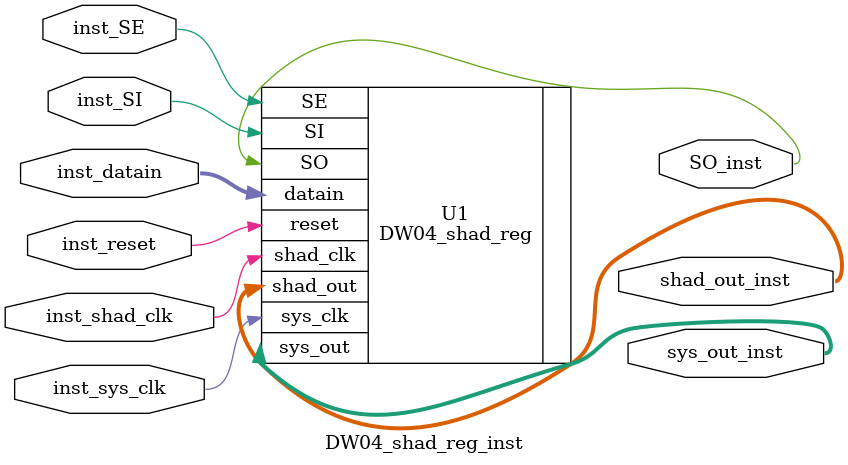
<source format=v>
module DW04_shad_reg_inst( inst_datain, inst_sys_clk, inst_shad_clk,
                           inst_reset, inst_SI, inst_SE, sys_out_inst,
                           shad_out_inst, SO_inst );

  parameter width = 8;
  parameter bld_shad_reg = 1;

  input [width-1 : 0] inst_datain;
  input inst_sys_clk;
  input inst_shad_clk;
  input inst_reset;
  input inst_SI;
  input inst_SE;
  output [width-1 : 0] sys_out_inst;
  output [width-1 : 0] shad_out_inst;
  output SO_inst;

  // Instance of DW04_shad_reg
  DW04_shad_reg #(width, bld_shad_reg)
    U1 ( .datain(inst_datain),   .sys_clk(inst_sys_clk),
         .shad_clk(inst_shad_clk),   .reset(inst_reset),   .SI(inst_SI),
         .SE(inst_SE),   .sys_out(sys_out_inst),   .shad_out(shad_out_inst),
         .SO(SO_inst) );

endmodule


</source>
